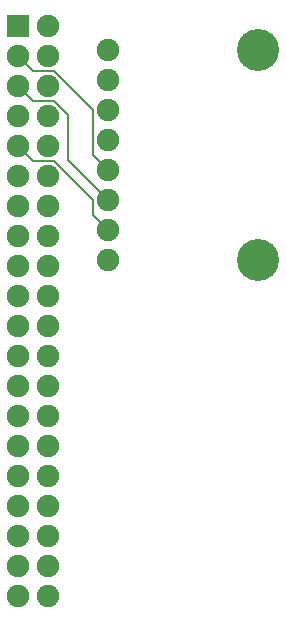
<source format=gbr>
G04 #@! TF.FileFunction,Copper,L2,Bot,Signal*
%FSLAX46Y46*%
G04 Gerber Fmt 4.6, Leading zero omitted, Abs format (unit mm)*
G04 Created by KiCad (PCBNEW 4.0.7-e2-6376~58~ubuntu16.04.1) date Mon Apr  2 14:55:01 2018*
%MOMM*%
%LPD*%
G01*
G04 APERTURE LIST*
%ADD10C,0.100000*%
%ADD11C,1.905000*%
%ADD12C,3.556000*%
%ADD13R,1.905000X1.905000*%
%ADD14C,0.203200*%
G04 APERTURE END LIST*
D10*
D11*
X59944000Y-72390000D03*
X59944000Y-69850000D03*
X59944000Y-67310000D03*
X59944000Y-64770000D03*
X59944000Y-62230000D03*
X59944000Y-59690000D03*
X59944000Y-57150000D03*
X59944000Y-54610000D03*
D12*
X72644000Y-72390000D03*
X72644000Y-54610000D03*
D13*
X52324000Y-52578000D03*
D11*
X54864000Y-52578000D03*
X52324000Y-55118000D03*
X54864000Y-55118000D03*
X52324000Y-57658000D03*
X54864000Y-57658000D03*
X52324000Y-60198000D03*
X54864000Y-60198000D03*
X52324000Y-62738000D03*
X54864000Y-62738000D03*
X52324000Y-65278000D03*
X54864000Y-65278000D03*
X52324000Y-67818000D03*
X54864000Y-67818000D03*
X52324000Y-70358000D03*
X54864000Y-70358000D03*
X52324000Y-72898000D03*
X54864000Y-72898000D03*
X52324000Y-75438000D03*
X54864000Y-75438000D03*
X52324000Y-77978000D03*
X54864000Y-77978000D03*
X52324000Y-80518000D03*
X54864000Y-80518000D03*
X52324000Y-83058000D03*
X54864000Y-83058000D03*
X52324000Y-85598000D03*
X54864000Y-85598000D03*
X52324000Y-88138000D03*
X54864000Y-88138000D03*
X52324000Y-90678000D03*
X54864000Y-90678000D03*
X52324000Y-93218000D03*
X54864000Y-93218000D03*
X52324000Y-95758000D03*
X54864000Y-95758000D03*
X52324000Y-98298000D03*
X54864000Y-98298000D03*
X52324000Y-100838000D03*
X54864000Y-100838000D03*
D14*
X58661700Y-68567700D02*
X59944000Y-69850000D01*
X58661700Y-67279900D02*
X58661700Y-68567700D01*
X55389800Y-64008000D02*
X58661700Y-67279900D01*
X53594000Y-64008000D02*
X55389800Y-64008000D01*
X52324000Y-62738000D02*
X53594000Y-64008000D01*
X53594000Y-58928000D02*
X52324000Y-57658000D01*
X55398600Y-58928000D02*
X53594000Y-58928000D01*
X56577600Y-60107000D02*
X55398600Y-58928000D01*
X56577600Y-63943600D02*
X56577600Y-60107000D01*
X59944000Y-67310000D02*
X56577600Y-63943600D01*
X58661700Y-63487700D02*
X59944000Y-64770000D01*
X58661700Y-59669200D02*
X58661700Y-63487700D01*
X55380500Y-56388000D02*
X58661700Y-59669200D01*
X53594000Y-56388000D02*
X55380500Y-56388000D01*
X52324000Y-55118000D02*
X53594000Y-56388000D01*
M02*

</source>
